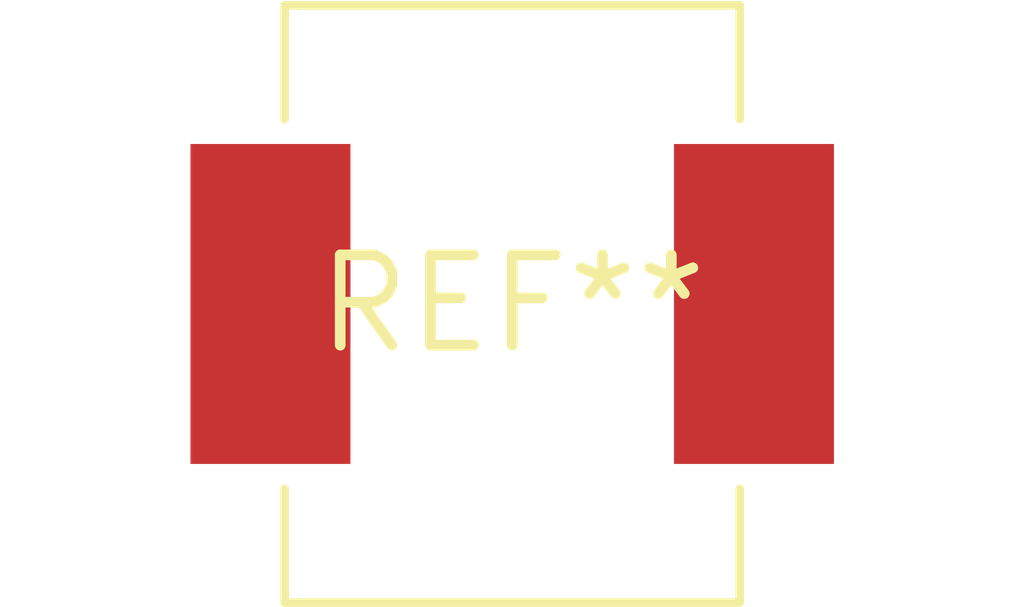
<source format=kicad_pcb>
(kicad_pcb (version 20240108) (generator pcbnew)
  (layers (0 "F.Cu" signal) (31 "B.Cu" signal) (34 "B.Paste" user) (35 "F.Paste" user) (36 "B.SilkS" user "B.Silkscreen") (37 "F.SilkS" user "F.Silkscreen") (38 "B.Mask" user) (39 "F.Mask" user) (44 "Edge.Cuts" user))
  (net 0 "")
  (footprint "L_Neosid_Ms85" (layer "F.Cu") (at 0 0)
    (property "Reference" "REF**")
    (property "Value" "L_Neosid_Ms85")
    (fp_line (start -3.2 -4.2) (end -3.2 -2.6) (layer "F.SilkS") (stroke (width 0.12)))
    (fp_line (start -3.2 2.6) (end -3.2 4.2) (layer "F.SilkS") (stroke (width 0.12)))
    (fp_line (start -3.2 4.2) (end 3.2 4.2) (layer "F.SilkS") (stroke (width 0.12)))
    (fp_line (start 3.2 -4.2) (end -3.2 -4.2) (layer "F.SilkS") (stroke (width 0.12)))
    (fp_line (start 3.2 -2.6) (end 3.2 -4.2) (layer "F.SilkS") (stroke (width 0.12)))
    (fp_line (start 3.2 4.2) (end 3.2 2.6) (layer "F.SilkS") (stroke (width 0.12)))
    (pad "1" smd rect (at -3.4 0) (size 2.25 4.5) (layers "F.Cu" "F.Paste" "F.Mask"))
    (pad "2" smd rect (at 3.4 0) (size 2.25 4.5) (layers "F.Cu" "F.Paste" "F.Mask"))
  )
)
</source>
